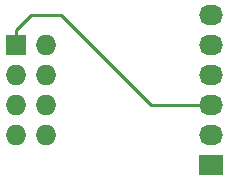
<source format=gtl>
G04 #@! TF.FileFunction,Copper,L1,Top,Signal*
%FSLAX46Y46*%
G04 Gerber Fmt 4.6, Leading zero omitted, Abs format (unit mm)*
G04 Created by KiCad (PCBNEW (2014-11-17 BZR 5289)-product) date Sun 18 Jan 2015 06:57:41 AM EST*
%MOMM*%
G01*
G04 APERTURE LIST*
%ADD10C,0.100000*%
%ADD11R,1.727200X1.727200*%
%ADD12O,1.727200X1.727200*%
%ADD13R,2.032000X1.727200*%
%ADD14O,2.032000X1.727200*%
%ADD15C,0.254000*%
G04 APERTURE END LIST*
D10*
D11*
X140970000Y-102870000D03*
D12*
X143510000Y-102870000D03*
X140970000Y-105410000D03*
X143510000Y-105410000D03*
X140970000Y-107950000D03*
X143510000Y-107950000D03*
X140970000Y-110490000D03*
X143510000Y-110490000D03*
D13*
X157480000Y-113030000D03*
D14*
X157480000Y-110490000D03*
X157480000Y-107950000D03*
X157480000Y-105410000D03*
X157480000Y-102870000D03*
X157480000Y-100330000D03*
D15*
X140970000Y-101600000D02*
X142240000Y-100330000D01*
X142240000Y-100330000D02*
X144780000Y-100330000D01*
X144780000Y-100330000D02*
X152400000Y-107950000D01*
X152400000Y-107950000D02*
X157480000Y-107950000D01*
X140970000Y-102870000D02*
X140970000Y-101600000D01*
M02*

</source>
